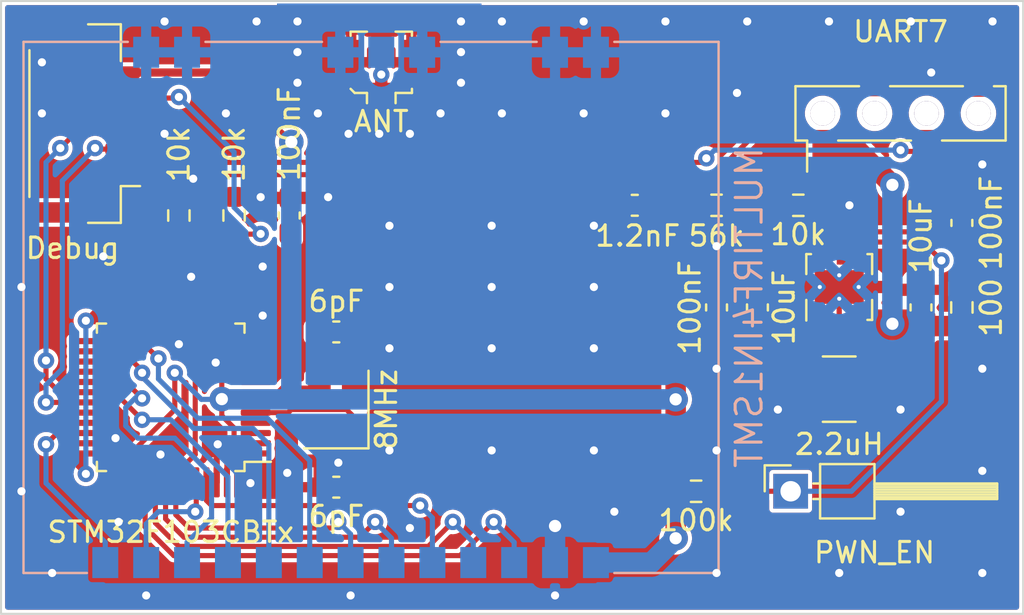
<source format=kicad_pcb>
(kicad_pcb (version 20211014) (generator pcbnew)
  (layers (0 "F.Cu" signal) (31 "B.Cu" signal) (34 "B.Paste" user) (35 "F.Paste" user) (36 "B.SilkS" user "B.Silkscreen") (37 "F.SilkS" user "F.Silkscreen") (38 "B.Mask" user) (39 "F.Mask" user) (44 "Edge.Cuts" user))
  (net 0 "")
  (net 1 "Net-(J1-Pad1)")
  (net 2 "GND")
  (net 3 "CE_NRF2401")
  (net 4 "CS_NRF2401")
  (net 5 "CS_CC2500")
  (net 6 "CS_CYRF6936")
  (net 7 "CS_A7105")
  (net 8 "MISO")
  (net 9 "MOSI")
  (net 10 "PE1")
  (net 11 "PE2")
  (net 12 "RST_CYRF6936")
  (net 13 "SCK")
  (net 14 "+3V3")
  (net 18 "OSCIN")
  (net 19 "OSCOUT")
  (net 20 "NRST")
  (net 29 "BOOT0")
  (net 30 "TX")
  (net 35 "RX")
  (net 36 "BOOT1")
  (net 38 "PWR_EN")
  (net 39 "Net-(C8-Pad2)")
  (net 40 "Net-(L1-Pad1)")
  (net 41 "Net-(L1-Pad2)")
  (net 42 "+BATT")
  (net 43 "INT_MOD_TX")
  (net 45 "INT_MOD_RX")
  (net 48 "Net-(C7-Pad1)")
  (footprint "Connector_PinHeader_2.54mm:PinHeader_1x01_P2.54mm_Horizontal" (layer "F.Cu") (at 75.625 79)
    (fp_text reference "J3")
    (fp_text value "PWN_EN")
  )
  (footprint "Resistor_SMD:R_0603_1608Metric_Pad0.98x0.95mm_HandSolder" (layer "F.Cu") (at 48.4 65.5 90)
    (fp_text reference "R1")
    (fp_text value "10k")
  )
  (footprint "Resistor_SMD:R_0603_1608Metric_Pad0.98x0.95mm_HandSolder" (layer "F.Cu") (at 76 65)
    (fp_text reference "R10")
    (fp_text value "10k")
  )
  (footprint "Capacitor_SMD:C_0603_1608Metric_Pad1.08x0.95mm_HandSolder" (layer "F.Cu") (at 51.1 65.5 90)
    (fp_text reference "C6")
    (fp_text value "100nF")
  )
  (footprint "Capacitor_SMD:C_0603_1608Metric_Pad1.08x0.95mm_HandSolder" (layer "F.Cu") (at 82 70 90)
    (fp_text reference "C3")
    (fp_text value "10uF")
  )
  (footprint "Capacitor_SMD:C_0603_1608Metric_Pad1.08x0.95mm_HandSolder" (layer "F.Cu") (at 74 70 90)
    (fp_text reference "C4")
    (fp_text value "10uF")
  )
  (footprint "Resistor_SMD:R_0603_1608Metric_Pad0.98x0.95mm_HandSolder" (layer "F.Cu") (at 84 70 90)
    (fp_text reference "R8")
    (fp_text value "100")
  )
  (footprint "Capacitor_SMD:C_0603_1608Metric_Pad1.08x0.95mm_HandSolder" (layer "F.Cu") (at 72 70 90)
    (fp_text reference "C5")
    (fp_text value "100nF")
  )
  (footprint "Resistor_SMD:R_0603_1608Metric_Pad0.98x0.95mm_HandSolder" (layer "F.Cu") (at 72 65)
    (fp_text reference "R9")
    (fp_text value "56k")
  )
  (footprint "Capacitor_SMD:C_0603_1608Metric_Pad1.08x0.95mm_HandSolder" (layer "F.Cu") (at 84 65.8625 90)
    (fp_text reference "C7")
    (fp_text value "100nF")
  )
  (footprint "Oscillator:Oscillator_SMD_Abracon_ASE-4Pin_3.2x2.5mm" (layer "F.Cu") (at 53.4 75 90)
    (fp_text reference "Y1")
    (fp_text value "8MHz")
  )
  (footprint "Others:PinHeader_1x04_P2.54mm_Vertical_SMD_Pin1Left_Holes" (layer "F.Cu") (at 81 60.5 90)
    (fp_text reference "J2")
    (fp_text value "UART7")
  )
  (footprint "Package_SON:Texas_DRC0010J_ThermalVias" (layer "F.Cu") (at 78 69 90)
    (fp_text reference "U3")
    (fp_text value "TPS63000")
  )
  (footprint "Capacitor_SMD:C_0603_1608Metric_Pad1.08x0.95mm_HandSolder" (layer "F.Cu") (at 68 65 180)
    (fp_text reference "C8")
    (fp_text value "1.2nF")
  )
  (footprint "Connector_Coaxial:U.FL_Molex_MCRF_73412-0110_Vertical" (layer "F.Cu") (at 55.6 58)
    (fp_text reference "J1")
    (fp_text value "ANT")
  )
  (footprint "Connector_JST:JST_GH_BM05B-GHS-TBT_1x05-1MP_P1.25mm_Vertical" (layer "F.Cu") (at 41 61 90)
    (fp_text reference "J4")
    (fp_text value "Debug")
  )
  (footprint "Capacitor_SMD:C_0603_1608Metric_Pad1.08x0.95mm_HandSolder" (layer "F.Cu") (at 53.4 78.8)
    (fp_text reference "C1")
    (fp_text value "6pF")
  )
  (footprint "Package_QFP:LQFP-48_7x7mm_P0.5mm" (layer "F.Cu") (at 45.3 74.4 180)
    (fp_text reference "U2")
    (fp_text value "STM32F103CBTx")
  )
  (footprint "Inductor_SMD:L_Abracon_ASPI-3012S" (layer "F.Cu") (at 78 74 180)
    (fp_text reference "L1")
    (fp_text value "2.2uH")
  )
  (footprint "Resistor_SMD:R_0603_1608Metric_Pad0.98x0.95mm_HandSolder" (layer "F.Cu") (at 45.7 65.5 90)
    (fp_text reference "R2")
    (fp_text value "10k")
  )
  (footprint "Resistor_SMD:R_0603_1608Metric_Pad0.98x0.95mm_HandSolder" (layer "F.Cu") (at 71 79)
    (fp_text reference "R7")
    (fp_text value "100k")
  )
  (footprint "Capacitor_SMD:C_0603_1608Metric_Pad1.08x0.95mm_HandSolder" (layer "F.Cu") (at 53.4 71.2)
    (fp_text reference "C2")
    (fp_text value "6pF")
  )
  (footprint "Multi:MULTIRF4IN1-SMT" (layer "B.Cu") (at 55.1 70 -90)
    (fp_text reference "M1")
    (fp_text value "MULTIRF4IN1SMT")
  )
  (gr_rect (start 37 55) (end 87 85) (layer "Edge.Cuts") (width 0.1) (fill none))
  (segment (start 55.6 59.5) (end 55.6 58.6) (width 0.603595) (layer "F.Cu") (net 1))
  (via (at 55.6 58.6) (size 0.8) (drill 0.4) (layers "F.Cu" "B.Cu") (net 1))
  (segment (start 55.6 58.6) (end 55.6 57.51) (width 0.603595) (layer "B.Cu") (net 1))
  (segment (start 80.5 69) (end 80.6375 69.1375) (width 0.6) (layer "F.Cu") (net 2))
  (segment (start 51.1 64.6375) (end 49.7375 64.6375) (width 0.6) (layer "F.Cu") (net 2))
  (segment (start 77.05 69) (end 75.5 69) (width 0.6) (layer "F.Cu") (net 2))
  (segment (start 52.9625 64.6375) (end 53 64.6) (width 0.6) (layer "F.Cu") (net 2))
  (segment (start 42.6 76.3) (end 42.6 76.4) (width 0.25) (layer "F.Cu") (net 2))
  (segment (start 45.7 63.9) (end 45.7 64.5875) (width 0.25) (layer "F.Cu") (net 2))
  (segment (start 45.9 63.7) (end 45.7 63.9) (width 0.25) (layer "F.Cu") (net 2))
  (segment (start 76.9125 66.0125) (end 76.9125 65) (width 0.25) (layer "F.Cu") (net 2))
  (segment (start 78.95 69) (end 80.5 69) (width 0.6) (layer "F.Cu") (net 2))
  (segment (start 49.7 64.6) (end 48.4125 64.6) (width 0.6) (layer "F.Cu") (net 2))
  (segment (start 47.55 78.5625) (end 47.55 76.75) (width 0.25) (layer "F.Cu") (net 2))
  (segment (start 42.2 75.9) (end 42.6 76.3) (width 0.25) (layer "F.Cu") (net 2))
  (segment (start 75.3625 69.1375) (end 74 69.1375) (width 0.6) (layer "F.Cu") (net 2))
  (segment (start 50.6 73.4) (end 50.35 73.65) (width 0.25) (layer "F.Cu") (net 2))
  (segment (start 51.1 64.6375) (end 52.9625 64.6375) (width 0.6) (layer "F.Cu") (net 2))
  (segment (start 50.35 73.65) (end 49.4625 73.65) (width 0.25) (layer "F.Cu") (net 2))
  (segment (start 76.9125 66.0125) (end 77.5 66.6) (width 0.25) (layer "F.Cu") (net 2))
  (segment (start 77.5 66.6) (end 77.5 67.6) (width 0.25) (layer "F.Cu") (net 2))
  (segment (start 49.8 70.4) (end 50.6 71.2) (width 0.25) (layer "F.Cu") (net 2))
  (segment (start 47.55 76.75) (end 47.6 76.7) (width 0.25) (layer "F.Cu") (net 2))
  (segment (start 78 70.4) (end 78 69) (width 0.25) (layer "F.Cu") (net 2))
  (segment (start 75.5 69) (end 75.3625 69.1375) (width 0.6) (layer "F.Cu") (net 2))
  (segment (start 42.15 76.65) (end 42.2 76.6) (width 0.25) (layer "F.Cu") (net 2))
  (segment (start 46.4 63.7) (end 45.9 63.7) (width 0.25) (layer "F.Cu") (net 2))
  (segment (start 50.6 71.2) (end 50.6 73.4) (width 0.25) (layer "F.Cu") (net 2))
  (segment (start 80.6375 69.1375) (end 82 69.1375) (width 0.6) (layer "F.Cu") (net 2))
  (segment (start 48.4125 64.6) (end 48.4 64.5875) (width 0.6) (layer "F.Cu") (net 2))
  (segment (start 42.2 76.6) (end 42.2 75.9) (width 0.25) (layer "F.Cu") (net 2))
  (segment (start 49.7375 64.6375) (end 49.7 64.6) (width 0.6) (layer "F.Cu") (net 2))
  (segment (start 41.1375 76.65) (end 42.15 76.65) (width 0.25) (layer "F.Cu") (net 2))
  (via (at 53.5 77.6) (size 0.8) (drill 0.4) (layers "F.Cu" "B.Cu") (net 2))
  (via (at 66 77) (size 0.8) (drill 0.4) (layers "F.Cu" "B.Cu") (net 2))
  (via (at 47.6 76.7) (size 0.8) (drill 0.4) (layers "F.Cu" "B.Cu") (net 2))
  (via (at 49.7 64.6) (size 0.8) (drill 0.4) (layers "F.Cu" "B.Cu") (net 2))
  (via (at 46.4 63.7) (size 0.8) (drill 0.4) (layers "F.Cu" "B.Cu") (net 2))
  (via (at 85 63) (size 0.8) (drill 0.4) (layers "F.Cu" "B.Cu") (net 2))
  (via (at 47.5 72.7) (size 0.8) (drill 0.4) (layers "F.Cu" "B.Cu") (net 2))
  (via (at 42.75 80.5) (size 0.8) (drill 0.4) (layers "F.Cu" "B.Cu") (net 2))
  (via (at 58.5 60.5) (size 0.8) (drill 0.4) (layers "F.Cu" "B.Cu") (net 2))
  (via (at 85 73) (size 0.8) (drill 0.4) (layers "F.Cu" "B.Cu") (net 2))
  (via (at 66 66) (size 0.8) (drill 0.4) (layers "F.Cu" "B.Cu") (net 2))
  (via (at 75 75) (size 0.8) (drill 0.4) (layers "F.Cu" "B.Cu") (net 2))
  (via (at 39 60.5) (size 0.8) (drill 0.4) (layers "F.Cu" "B.Cu") (net 2))
  (via (at 52.5 60.5) (size 0.8) (drill 0.4) (layers "F.Cu" "B.Cu") (net 2))
  (via (at 72 67) (size 0.8) (drill 0.4) (layers "F.Cu" "B.Cu") (net 2))
  (via (at 59.5 57.5) (size 0.8) (drill 0.4) (layers "F.Cu" "B.Cu") (net 2))
  (via (at 66 69) (size 0.8) (drill 0.4) (layers "F.Cu" "B.Cu") (net 2))
  (via (at 54 61.5) (size 0.8) (drill 0.4) (layers "F.Cu" "B.Cu") (net 2))
  (via (at 39 58) (size 0.8) (drill 0.4) (layers "F.Cu" "B.Cu") (net 2))
  (via (at 78.5 65) (size 0.8) (drill 0.4) (layers "F.Cu" "B.Cu") (net 2))
  (via (at 57 61.5) (size 0.8) (drill 0.4) (layers "F.Cu" "B.Cu") (net 2))
  (via (at 45.7 71.8) (size 0.8) (drill 0.4) (layers "F.Cu" "B.Cu") (net 2))
  (via (at 45 56) (size 0.8) (drill 0.4) (layers "F.Cu" "B.Cu") (net 2))
  (via (at 72 77) (size 0.8) (drill 0.4) (layers "F.Cu" "B.Cu") (net 2))
  (via (at 44.8 77.2) (size 0.8) (drill 0.4) (layers "F.Cu" "B.Cu") (net 2))
  (via (at 51.5 56) (size 0.8) (drill 0.4) (layers "F.Cu" "B.Cu") (net 2))
  (via (at 45 61.5) (size 0.8) (drill 0.4) (layers "F.Cu" "B.Cu") (net 2))
  (via (at 82.5 58.5) (size 0.8) (drill 0.4) (layers "F.Cu" "B.Cu") (net 2))
  (via (at 61 66) (size 0.8) (drill 0.4) (layers "F.Cu" "B.Cu") (net 2))
  (via (at 51 78.1) (size 0.8) (drill 0.4) (layers "F.Cu" "B.Cu") (net 2))
  (via (at 59.5 56) (size 0.8) (drill 0.4) (layers "F.Cu" "B.Cu") (net 2))
  (via (at 73 59.5) (size 0.8) (drill 0.4) (layers "F.Cu" "B.Cu") (net 2))
  (via (at 81 80) (size 0.8) (drill 0.4) (layers "F.Cu" "B.Cu") (net 2))
  (via (at 69.5 60.5) (size 0.8) (drill 0.4) (layers "F.Cu" "B.Cu") (net 2))
  (via (at 69.5 56) (size 0.8) (drill 0.4) (layers "F.Cu" "B.Cu") (net 2))
  (via (at 56 72) (size 0.8) (drill 0.4) (layers "F.Cu" "B.Cu") (net 2))
  (via (at 77.5 56) (size 0.8) (drill 0.4) (layers "F.Cu" "B.Cu") (net 2))
  (via (at 54.1 84.1) (size 0.8) (drill 0.4) (layers "F.Cu" "B.Cu") (net 2))
  (via (at 51.5 57.5) (size 0.8) (drill 0.4) (layers "F.Cu" "B.Cu") (net 2))
  (via (at 59.5 59) (size 0.8) (drill 0.4) (layers "F.Cu" "B.Cu") (net 2))
  (via (at 85.5 56) (size 0.8) (drill 0.4) (layers "F.Cu" "B.Cu") (net 2))
  (via (at 38 69) (size 0.8) (drill 0.4) (layers "F.Cu" "B.Cu") (net 2))
  (via (at 61.5 60.5) (size 0.8) (drill 0.4) (layers "F.Cu" "B.Cu") (net 2))
  (via (at 49.5 56) (size 0.8) (drill 0.4) (layers "F.Cu" "B.Cu") (net 2))
  (via (at 64.1 80.7) (size 1.2) (drill 0.6) (layers "F.Cu" "B.Cu") (net 2))
  (via (at 48 60.5) (size 0.8) (drill 0.4) (layers "F.Cu" "B.Cu") (net 2))
  (via (at 38 79) (size 0.8) (drill 0.4) (layers "F.Cu" "B.Cu") (net 2))
  (via (at 42.6 76.4) (size 0.8) (drill 0.4) (layers "F.Cu" "B.Cu") (net 2))
  (via (at 53 64.6) (size 0.8) (drill 0.4) (layers "F.Cu" "B.Cu") (net 2))
  (via (at 61.5 56) (size 0.8) (drill 0.4) (layers "F.Cu" "B.Cu") (net 2))
  (via (at 56 69) (size 0.8) (drill 0.4) (layers "F.Cu" "B.Cu") (net 2))
  (via (at 61 69) (size 0.8) (drill 0.4) (layers "F.Cu" "B.Cu") (net 2))
  (via (at 81 75) (size 0.8) (drill 0.4) (layers "F.Cu" "B.Cu") (net 2))
  (via (at 61 77) (size 0.8) (drill 0.4) (layers "F.Cu" "B.Cu") (net 2))
  (via (at 65.5 56) (size 0.8) (drill 0.4) (layers "F.Cu" "B.Cu") (net 2))
  (via (at 39.5 83) (size 0.8) (drill 0.4) (layers "F.Cu" "B.Cu") (net 2))
  (via (at 72 83) (size 0.8) (drill 0.4) (layers "F.Cu" "B.Cu") (net 2))
  (via (at 44.1 84.1) (size 0.8) (drill 0.4) (layers "F.Cu" "B.Cu") (net 2))
  (via (at 81.5 56) (size 0.8) (drill 0.4) (layers "F.Cu" "B.Cu") (net 2))
  (via (at 49.8 70.4) (size 0.8) (drill 0.4) (layers "F.Cu" "B.Cu") (net 2))
  (via (at 56 66) (size 0.8) (drill 0.4) (layers "F.Cu" "B.Cu") (net 2))
  (via (at 57 80.8) (size 0.8) (drill 0.4) (layers "F.Cu" "B.Cu") (net 2))
  (via (at 49.8 68) (size 0.8) (drill 0.4) (layers "F.Cu" "B.Cu") (net 2))
  (via (at 42 67.5) (size 0.8) (drill 0.4) (layers "F.Cu" "B.Cu") (net 2))
  (via (at 49.2 78.6) (size 0.8) (drill 0.4) (layers "F.Cu" "B.Cu") (net 2))
  (via (at 67 80) (size 0.8) (drill 0.4) (layers "F.Cu" "B.Cu") (net 2))
  (via (at 66 72) (size 0.8) (drill 0.4) (layers "F.Cu" "B.Cu") (net 2))
  (via (at 56 77) (size 0.8) (drill 0.4) (layers "F.Cu" "B.Cu") (net 2))
  (via (at 85 83) (size 0.8) (drill 0.4) (layers "F.Cu" "B.Cu") (net 2))
  (via (at 55.5 61.5) (size 0.8) (drill 0.4) (layers "F.Cu" "B.Cu") (net 2))
  (via (at 73.5 56) (size 0.8) (drill 0.4) (layers "F.Cu" "B.Cu") (net 2))
  (via (at 78 83) (size 0.8) (drill 0.4) (layers "F.Cu" "B.Cu") (net 2))
  (via (at 85 78) (size 0.8) (drill 0.4) (layers "F.Cu" "B.Cu") (net 2))
  (via (at 64.1 84.1) (size 0.8) (drill 0.4) (layers "F.Cu" "B.Cu") (net 2))
  (via (at 51.5 59) (size 0.8) (drill 0.4) (layers "F.Cu" "B.Cu") (net 2))
  (via (at 65.5 60.5) (size 0.8) (drill 0.4) (layers "F.Cu" "B.Cu") (net 2))
  (via (at 61 72) (size 0.8) (drill 0.4) (layers "F.Cu" "B.Cu") (net 2))
  (via (at 72 73) (size 0.8) (drill 0.4) (layers "F.Cu" "B.Cu") (net 2))
  (via (at 46.3 68.5) (size 0.8) (drill 0.4) (layers "F.Cu" "B.Cu") (net 2))
  (segment (start 64.1 82.49) (end 64.1 80.7) (width 1) (layer "B.Cu") (net 2))
  (segment (start 39.2 76.7) (end 39.75 76.15) (width 0.25) (layer "F.Cu") (net 3))
  (segment (start 39.75 76.15) (end 41.1375 76.15) (width 0.25) (layer "F.Cu") (net 3))
  (via (at 39.2 76.7) (size 0.8) (drill 0.4) (layers "F.Cu" "B.Cu") (net 3))
  (segment (start 39.2 76.7) (end 39.2 78.6) (width 0.25) (layer "B.Cu") (net 3))
  (segment (start 42.1 81.5) (end 42.1 82.49) (width 0.25) (layer "B.Cu") (net 3))
  (segment (start 39.2 78.6) (end 42.1 81.5) (width 0.25) (layer "B.Cu") (net 3))
  (segment (start 46.2 80.8) (end 45.55 80.15) (width 0.25) (layer "F.Cu") (net 4))
  (segment (start 53.2 80.8) (end 46.2 80.8) (width 0.25) (layer "F.Cu") (net 4))
  (segment (start 53.5 80.5) (end 53.2 80.8) (width 0.25) (layer "F.Cu") (net 4))
  (segment (start 45.55 80.15) (end 45.55 78.5625) (width 0.25) (layer "F.Cu") (net 4))
  (via (at 53.5 80.5) (size 0.8) (drill 0.4) (layers "F.Cu" "B.Cu") (net 4))
  (segment (start 54.1 82.49) (end 54.1 81.1) (width 0.25) (layer "B.Cu") (net 4))
  (segment (start 53.5 80.5) (end 54.1 81.1) (width 0.25) (layer "B.Cu") (net 4))
  (segment (start 45.05 80.35) (end 45.05 78.5625) (width 0.25) (layer "F.Cu") (net 5))
  (segment (start 55.3 80.5) (end 54.55 81.25) (width 0.25) (layer "F.Cu") (net 5))
  (segment (start 54.55 81.25) (end 45.95 81.25) (width 0.25) (layer "F.Cu") (net 5))
  (segment (start 45.95 81.25) (end 45.05 80.35) (width 0.25) (layer "F.Cu") (net 5))
  (via (at 55.3 80.5) (size 0.8) (drill 0.4) (layers "F.Cu" "B.Cu") (net 5))
  (segment (start 56.1 82.49) (end 56.1 81.3) (width 0.25) (layer "B.Cu") (net 5))
  (segment (start 55.3 80.5) (end 56.1 81.3) (width 0.25) (layer "B.Cu") (net 5))
  (segment (start 43.85 71.65) (end 41.1375 71.65) (width 0.25) (layer "F.Cu") (net 6))
  (segment (start 44.7 72.5) (end 43.85 71.65) (width 0.25) (layer "F.Cu") (net 6))
  (via (at 44.7 72.5) (size 0.8) (drill 0.4) (layers "F.Cu" "B.Cu") (net 6))
  (segment (start 50.025 75.425) (end 52.1 77.5) (width 0.25) (layer "B.Cu") (net 6))
  (segment (start 44.7 73.5) (end 46.625 75.425) (width 0.25) (layer "B.Cu") (net 6))
  (segment (start 46.625 75.425) (end 50.025 75.425) (width 0.25) (layer "B.Cu") (net 6))
  (segment (start 52.1 82.49) (end 52.1 77.5) (width 0.25) (layer "B.Cu") (net 6))
  (segment (start 44.7 72.5) (end 44.7 73.5) (width 0.25) (layer "B.Cu") (net 6))
  (segment (start 47.05 79.45) (end 47.05 78.5625) (width 0.25) (layer "F.Cu") (net 7))
  (segment (start 57.5 79.7) (end 47.3 79.7) (width 0.25) (layer "F.Cu") (net 7))
  (segment (start 47.3 79.7) (end 47.05 79.45) (width 0.25) (layer "F.Cu") (net 7))
  (via (at 57.5 79.7) (size 0.8) (drill 0.4) (layers "F.Cu" "B.Cu") (net 7))
  (segment (start 57.5 79.7) (end 58.1 80.3) (width 0.25) (layer "B.Cu") (net 7))
  (segment (start 58.1 82.49) (end 58.1 80.3) (width 0.25) (layer "B.Cu") (net 7))
  (segment (start 43.9 74.45) (end 43.1 73.65) (width 0.25) (layer "F.Cu") (net 8))
  (segment (start 42.55 72.65) (end 41.1375 72.65) (width 0.25) (layer "F.Cu") (net 8))
  (segment (start 43.1 73.2) (end 42.55 72.65) (width 0.25) (layer "F.Cu") (net 8))
  (segment (start 43.1 73.65) (end 43.1 73.2) (width 0.25) (layer "F.Cu") (net 8))
  (via (at 43.9 74.45) (size 0.8) (drill 0.4) (layers "F.Cu" "B.Cu") (net 8))
  (segment (start 45.5 76.4) (end 47.3 78.2) (width 0.25) (layer "B.Cu") (net 8))
  (segment (start 43.9 74.45) (end 43.55 74.45) (width 0.25) (layer "B.Cu") (net 8))
  (segment (start 47.3 78.2) (end 47.3 80.3) (width 0.25) (layer "B.Cu") (net 8))
  (segment (start 47.3 80.3) (end 46.1 81.5) (width 0.25) (layer "B.Cu") (net 8))
  (segment (start 43.55 74.45) (end 43.1 74.9) (width 0.25) (layer "B.Cu") (net 8))
  (segment (start 43.1 74.9) (end 43.1 75.8) (width 0.25) (layer "B.Cu") (net 8))
  (segment (start 43.1 75.8) (end 43.7 76.4) (width 0.25) (layer "B.Cu") (net 8))
  (segment (start 43.7 76.4) (end 45.5 76.4) (width 0.25) (layer "B.Cu") (net 8))
  (segment (start 46.1 81.5) (end 46.1 82.49) (width 0.25) (layer "B.Cu") (net 8))
  (segment (start 42.6 74.2) (end 42.6 73.55) (width 0.25) (layer "F.Cu") (net 9))
  (segment (start 43.9 75.5) (end 42.6 74.2) (width 0.25) (layer "F.Cu") (net 9))
  (segment (start 42.6 73.55) (end 42.2 73.15) (width 0.25) (layer "F.Cu") (net 9))
  (segment (start 42.2 73.15) (end 41.1375 73.15) (width 0.25) (layer "F.Cu") (net 9))
  (via (at 43.9 75.5) (size 0.8) (drill 0.4) (layers "F.Cu" "B.Cu") (net 9))
  (segment (start 43.9 75.5) (end 45.3 75.5) (width 0.25) (layer "B.Cu") (net 9))
  (segment (start 48.1 78.3) (end 48.1 82.49) (width 0.25) (layer "B.Cu") (net 9))
  (segment (start 45.3 75.5) (end 48.1 78.3) (width 0.25) (layer "B.Cu") (net 9))
  (segment (start 61.1 80.5) (end 59.45 82.15) (width 0.25) (layer "F.Cu") (net 10))
  (segment (start 44.05 80.75) (end 44.05 78.5625) (width 0.25) (layer "F.Cu") (net 10))
  (segment (start 45.45 82.15) (end 44.05 80.75) (width 0.25) (layer "F.Cu") (net 10))
  (segment (start 59.45 82.15) (end 45.45 82.15) (width 0.25) (layer "F.Cu") (net 10))
  (via (at 61.1 80.5) (size 0.8) (drill 0.4) (layers "F.Cu" "B.Cu") (net 10))
  (segment (start 61.1 80.5) (end 62.1 81.5) (width 0.25) (layer "B.Cu") (net 10))
  (segment (start 62.1 82.49) (end 62.1 81.5) (width 0.25) (layer "B.Cu") (net 10))
  (segment (start 59.1 80.5) (end 57.9 81.7) (width 0.25) (layer "F.Cu") (net 11))
  (segment (start 44.55 80.55) (end 44.55 78.5625) (width 0.25) (layer "F.Cu") (net 11))
  (segment (start 45.7 81.7) (end 44.55 80.55) (width 0.25) (layer "F.Cu") (net 11))
  (segment (start 57.9 81.7) (end 45.7 81.7) (width 0.25) (layer "F.Cu") (net 11))
  (via (at 59.1 80.5) (size 0.8) (drill 0.4) (layers "F.Cu" "B.Cu") (net 11))
  (segment (start 60.1 82.49) (end 60.1 81.5) (width 0.25) (layer "B.Cu") (net 11))
  (segment (start 59.1 80.5) (end 60.1 81.5) (width 0.25) (layer "B.Cu") (net 11))
  (segment (start 46.55 79.95) (end 46.55 78.5625) (width 0.25) (layer "F.Cu") (net 12))
  (segment (start 46.5 80) (end 46.55 79.95) (width 0.25) (layer "F.Cu") (net 12))
  (via (at 46.5 80) (size 0.8) (drill 0.4) (layers "F.Cu" "B.Cu") (net 12))
  (segment (start 44.1 80.6) (end 44.1 82.49) (width 0.25) (layer "B.Cu") (net 12))
  (segment (start 46.5 80) (end 44.7 80) (width 0.25) (layer "B.Cu") (net 12))
  (segment (start 44.7 80) (end 44.1 80.6) (width 0.25) (layer "B.Cu") (net 12))
  (segment (start 43.9 73.1) (end 42.95 72.15) (width 0.25) (layer "F.Cu") (net 13))
  (segment (start 42.95 72.15) (end 41.1375 72.15) (width 0.25) (layer "F.Cu") (net 13))
  (segment (start 43.9 73.2) (end 43.9 73.1) (width 0.25) (layer "F.Cu") (net 13))
  (via (at 43.9 73.2) (size 0.8) (drill 0.4) (layers "F.Cu" "B.Cu") (net 13))
  (segment (start 46.425 75.925) (end 49.325 75.925) (width 0.25) (layer "B.Cu") (net 13))
  (segment (start 50.1 76.7) (end 50.1 82.49) (width 0.25) (layer "B.Cu") (net 13))
  (segment (start 49.325 75.925) (end 50.1 76.7) (width 0.25) (layer "B.Cu") (net 13))
  (segment (start 43.9 73.4) (end 46.425 75.925) (width 0.25) (layer "B.Cu") (net 13))
  (segment (start 43.9 73.2) (end 43.9 73.4) (width 0.25) (layer "B.Cu") (net 13))
  (segment (start 48.25 73.15) (end 49.4625 73.15) (width 0.25) (layer "F.Cu") (net 14))
  (segment (start 70 65) (end 70 71) (width 1) (layer "F.Cu") (net 14))
  (segment (start 41.7 70.2) (end 42.4 70.2) (width 0.25) (layer "F.Cu") (net 14))
  (segment (start 47.7995 74.488002) (end 47.7995 73.6005) (width 0.25) (layer "F.Cu") (net 14))
  (segment (start 43.35 77.15) (end 41.1375 77.15) (width 0.25) (layer "F.Cu") (net 14))
  (segment (start 70 81.3) (end 70 74.5) (width 1) (layer "F.Cu") (net 14))
  (segment (start 40.9 77.9) (end 40.9 77.3) (width 0.25) (layer "F.Cu") (net 14))
  (segment (start 41.1375 77.15) (end 41.1375 78.1375) (width 0.25) (layer "F.Cu") (net 14))
  (segment (start 48.4 75.9) (end 47.7995 75.2995) (width 0.25) (layer "F.Cu") (net 14))
  (segment (start 41.15 78.15) (end 40.7 77.7) (width 0.25) (layer "F.Cu") (net 14))
  (segment (start 51.1 61.9) (end 47.7 58.5) (width 0.4) (layer "F.Cu") (net 14))
  (segment (start 41.15 70.65) (end 41.4 70.4) (width 0.25) (layer "F.Cu") (net 14))
  (segment (start 48.05 77.55) (end 48.05 78.5625) (width 0.25) (layer "F.Cu") (net 14))
  (segment (start 47.7995 73.6005) (end 48.25 73.15) (width 0.25) (layer "F.Cu") (net 14))
  (segment (start 70.1375 70.8625) (end 70 71) (width 1) (layer "F.Cu") (net 14))
  (segment (start 70 71) (end 70 74.3) (width 1) (layer "F.Cu") (net 14))
  (segment (start 40.7 77.7) (end 40.7 77.3) (width 0.25) (layer "F.Cu") (net 14))
  (segment (start 41.5 70.5) (end 42.4 70.5) (width 0.25) (layer "F.Cu") (net 14))
  (segment (start 41.1375 78.1375) (end 41.15 78.15) (width 0.25) (layer "F.Cu") (net 14))
  (segment (start 47.7995 75.2995) (end 47.7995 74.488002) (width 0.25) (layer "F.Cu") (net 14))
  (segment (start 41.15 70.65) (end 41.6 70.2) (width 0.25) (layer "F.Cu") (net 14))
  (segment (start 72 70.8625) (end 74 70.8625) (width 1) (layer "F.Cu") (net 14))
  (segment (start 48.45 77.15) (end 48.4 77.1) (width 0.25) (layer "F.Cu") (net 14))
  (segment (start 68.8625 65) (end 70 65) (width 1) (layer "F.Cu") (net 14))
  (segment (start 41.2 70.7) (end 42.4 70.7) (width 0.25) (layer "F.Cu") (net 14))
  (segment (start 41.6 70.2) (end 41.7 70.2) (width 0.25) (layer "F.Cu") (net 14))
  (segment (start 41.15 70.65) (end 41.2 70.7) (width 0.25) (layer "F.Cu") (net 14))
  (segment (start 41.4 70.4) (end 42.3875 70.4) (width 0.25) (layer "F.Cu") (net 14))
  (segment (start 51.2 61.9) (end 51.1 61.9) (width 0.4) (layer "F.Cu") (net 14))
  (segment (start 70 74.5) (end 70 74.3) (width 1) (layer "F.Cu") (net 14))
  (segment (start 49.4625 77.15) (end 48.45 77.15) (width 0.25) (layer "F.Cu") (net 14))
  (segment (start 41.3 70.5) (end 41.5 70.5) (width 0.25) (layer "F.Cu") (net 14))
  (segment (start 70 65) (end 71.0875 65) (width 1) (layer "F.Cu") (net 14))
  (segment (start 41.15 78.15) (end 40.9 77.9) (width 0.25) (layer "F.Cu") (net 14))
  (segment (start 48.4 77.1) (end 48.4 75.9) (width 0.25) (layer "F.Cu") (net 14))
  (segment (start 45.5 75) (end 43.35 77.15) (width 0.25) (layer "F.Cu") (net 14))
  (segment (start 47.7 58.5) (end 42.95 58.5) (width 0.4) (layer "F.Cu") (net 14))
  (segment (start 72 70.8625) (end 70.1375 70.8625) (width 1) (layer "F.Cu") (net 14))
  (segment (start 41.15 70.65) (end 41.3 70.5) (width 0.25) (layer "F.Cu") (net 14))
  (segment (start 48.05 77.55) (end 48.45 77.15) (width 0.25) (layer "F.Cu") (net 14))
  (segment (start 45.5 73.2) (end 45.5 75) (width 0.25) (layer "F.Cu") (net 14))
  (segment (start 42.3875 70.4) (end 42.55 70.2375) (width 0.25) (layer "F.Cu") (net 14))
  (via (at 70 81.3) (size 1.2) (drill 0.6) (layers "F.Cu" "B.Cu") (net 14))
  (via (at 51.2 61.9) (size 1.2) (drill 0.6) (layers "F.Cu" "B.Cu") (net 14))
  (via (at 70 74.5) (size 1.2) (drill 0.6) (layers "F.Cu" "B.Cu") (net 14))
  (via (at 41.15 70.65) (size 0.8) (drill 0.4) (layers "F.Cu" "B.Cu") (net 14))
  (via (at 47.7995 74.488002) (size 1.2) (drill 0.6) (layers "F.Cu" "B.Cu") (net 14))
  (via (at 41.15 78.15) (size 0.8) (drill 0.4) (layers "F.Cu" "B.Cu") (net 14))
  (via (at 45.5 73.2) (size 0.8) (drill 0.4) (layers "F.Cu" "B.Cu") (net 14))
  (segment (start 68.81 82.49) (end 66.1 82.49) (width 1) (layer "B.Cu") (net 14))
  (segment (start 70 74.5) (end 51.2 74.5) (width 1) (layer "B.Cu") (net 14))
  (segment (start 47.787502 74.5) (end 47.7995 74.488002) (width 1) (layer "B.Cu") (net 14))
  (segment (start 41.15 78.15) (end 41.15 70.65) (width 0.25) (layer "B.Cu") (net 14))
  (segment (start 51.2 74.5) (end 47.811498 74.5) (width 1) (layer "B.Cu") (net 14))
  (segment (start 45.5 73.2) (end 46.8 74.5) (width 0.25) (layer "B.Cu") (net 14))
  (segment (start 47.811498 74.5) (end 47.7995 74.488002) (width 1) (layer "B.Cu") (net 14))
  (segment (start 51.2 61.9) (end 51.2 74.5) (width 1) (layer "B.Cu") (net 14))
  (segment (start 70 81.3) (end 68.81 82.49) (width 1) (layer "B.Cu") (net 14))
  (segment (start 46.8 74.5) (end 47.787502 74.5) (width 0.25) (layer "B.Cu") (net 14))
  (segment (start 51.05 75.15) (end 51.2 75) (width 0.25) (layer "F.Cu") (net 18))
  (segment (start 54.225 75.325) (end 54.225 76.05) (width 0.25) (layer "F.Cu") (net 18))
  (segment (start 53.9 75) (end 54.225 75.325) (width 0.25) (layer "F.Cu") (net 18))
  (segment (start 54.225 78.7625) (end 54.2625 78.8) (width 0.25) (layer "F.Cu") (net 18))
  (segment (start 49.4625 75.15) (end 51.05 75.15) (width 0.25) (layer "F.Cu") (net 18))
  (segment (start 54.225 76.05) (end 54.225 78.7625) (width 0.25) (layer "F.Cu") (net 18))
  (segment (start 51.2 75) (end 53.9 75) (width 0.25) (layer "F.Cu") (net 18))
  (segment (start 52.575 71.2375) (end 52.575 73.95) (width 0.25) (layer "F.Cu") (net 19))
  (segment (start 52.5375 71.2) (end 52.575 71.2375) (width 0.25) (layer "F.Cu") (net 19))
  (segment (start 51.55 73.95) (end 52.575 73.95) (width 0.25) (layer "F.Cu") (net 19))
  (segment (start 50.85 74.65) (end 51.55 73.95) (width 0.25) (layer "F.Cu") (net 19))
  (segment (start 49.4625 74.65) (end 50.85 74.65) (width 0.25) (layer "F.Cu") (net 19))
  (segment (start 49.4625 74.15) (end 50.55 74.15) (width 0.25) (layer "F.Cu") (net 20))
  (segment (start 51.1 73.6) (end 51.1 66.3625) (width 0.25) (layer "F.Cu") (net 20))
  (segment (start 50.55 74.15) (end 51.1 73.6) (width 0.25) (layer "F.Cu") (net 20))
  (segment (start 48.4 67.7) (end 48.8 68.1) (width 0.25) (layer "F.Cu") (net 29))
  (segment (start 46.05 77.65) (end 46.05 78.5625) (width 0.25) (layer "F.Cu") (net 29))
  (segment (start 48.8 70.9) (end 48 71.7) (width 0.25) (layer "F.Cu") (net 29))
  (segment (start 45.65 59.75) (end 42.95 59.75) (width 0.25) (layer "F.Cu") (net 29))
  (segment (start 49.7 66.4) (end 49.6875 66.4125) (width 0.25) (layer "F.Cu") (net 29))
  (segment (start 46.5 72.5) (end 46.5 77.2) (width 0.25) (layer "F.Cu") (net 29))
  (segment (start 48.8 68.1) (end 48.8 70.9) (width 0.25) (layer "F.Cu") (net 29))
  (segment (start 46.5 77.2) (end 46.05 77.65) (width 0.25) (layer "F.Cu") (net 29))
  (segment (start 48 71.7) (end 47.3 71.7) (width 0.25) (layer "F.Cu") (net 29))
  (segment (start 45.7 59.7) (end 45.65 59.75) (width 0.25) (layer "F.Cu") (net 29))
  (segment (start 47.3 71.7) (end 46.5 72.5) (width 0.25) (layer "F.Cu") (net 29))
  (segment (start 48.4 66.4125) (end 48.4 67.7) (width 0.25) (layer "F.Cu") (net 29))
  (segment (start 49.6875 66.4125) (end 48.4 66.4125) (width 0.25) (layer "F.Cu") (net 29))
  (via (at 49.7 66.4) (size 0.8) (drill 0.4) (layers "F.Cu" "B.Cu") (net 29))
  (via (at 45.7 59.7) (size 0.8) (drill 0.4) (layers "F.Cu" "B.Cu") (net 29))
  (segment (start 48.4 65.1) (end 48.4 62.4) (width 0.25) (layer "B.Cu") (net 29))
  (segment (start 48.4 62.4) (end 45.7 59.7) (width 0.25) (layer "B.Cu") (net 29))
  (segment (start 49.7 66.4) (end 48.4 65.1) (width 0.25) (layer "B.Cu") (net 29))
  (segment (start 39.9 62.2) (end 41.1 61) (width 0.25) (layer "F.Cu") (net 30))
  (segment (start 39.2 72.6) (end 39.2 73.5) (width 0.25) (layer "F.Cu") (net 30))
  (segment (start 39.85 74.15) (end 41.1375 74.15) (width 0.25) (layer "F.Cu") (net 30))
  (segment (start 39.2 73.5) (end 39.85 74.15) (width 0.25) (layer "F.Cu") (net 30))
  (segment (start 41.1 61) (end 42.95 61) (width 0.25) (layer "F.Cu") (net 30))
  (via (at 39.2 72.6) (size 0.8) (drill 0.4) (layers "F.Cu" "B.Cu") (net 30))
  (via (at 39.9 62.2) (size 0.8) (drill 0.4) (layers "F.Cu" "B.Cu") (net 30))
  (segment (start 39.9 62.2) (end 39.2 62.9) (width 0.25) (layer "B.Cu") (net 30))
  (segment (start 39.2 62.9) (end 39.2 72.6) (width 0.25) (layer "B.Cu") (net 30))
  (segment (start 41.6 62.2) (end 41.65 62.25) (width 0.25) (layer "F.Cu") (net 35))
  (segment (start 41.65 62.25) (end 42.95 62.25) (width 0.25) (layer "F.Cu") (net 35))
  (segment (start 39.2 74.65) (end 41.1375 74.65) (width 0.25) (layer "F.Cu") (net 35))
  (via (at 39.2 74.65) (size 0.8) (drill 0.4) (layers "F.Cu" "B.Cu") (net 35))
  (via (at 41.6 62.2) (size 0.8) (drill 0.4) (layers "F.Cu" "B.Cu") (net 35))
  (segment (start 41.6 62.2) (end 40 63.8) (width 0.25) (layer "B.Cu") (net 35))
  (segment (start 40 63.8) (end 40 73) (width 0.25) (layer "B.Cu") (net 35))
  (segment (start 40 73) (end 39.2 73.8) (width 0.25) (layer "B.Cu") (net 35))
  (segment (start 39.2 73.8) (end 39.2 74.65) (width 0.25) (layer "B.Cu") (net 35))
  (segment (start 44.55 70.2375) (end 44.55 68.55) (width 0.25) (layer "F.Cu") (net 36))
  (segment (start 44.55 68.55) (end 45.7 67.4) (width 0.25) (layer "F.Cu") (net 36))
  (segment (start 45.7 67.4) (end 45.7 66.4125) (width 0.25) (layer "F.Cu") (net 36))
  (segment (start 71.9125 79) (end 75.625 79) (width 0.25) (layer "F.Cu") (net 38))
  (segment (start 79 67.1) (end 79 67.6) (width 0.25) (layer "F.Cu") (net 38))
  (segment (start 82.1 66.8) (end 79.3 66.8) (width 0.25) (layer "F.Cu") (net 38))
  (segment (start 83 67.7) (end 82.1 66.8) (width 0.25) (layer "F.Cu") (net 38))
  (segment (start 79.3 66.8) (end 79 67.1) (width 0.25) (layer "F.Cu") (net 38))
  (via (at 83 67.7) (size 0.8) (drill 0.4) (layers "F.Cu" "B.Cu") (net 38))
  (segment (start 83 67.7) (end 83 74.6) (width 0.25) (layer "B.Cu") (net 38))
  (segment (start 78.6 79) (end 75.625 79) (width 0.25) (layer "B.Cu") (net 38))
  (segment (start 83 74.6) (end 78.6 79) (width 0.25) (layer "B.Cu") (net 38))
  (segment (start 67.1375 65) (end 67.1375 64.3625) (width 0.25) (layer "F.Cu") (net 39))
  (segment (start 72.9125 64.3125) (end 72.9125 65) (width 0.25) (layer "F.Cu") (net 39))
  (segment (start 67.1375 64.3625) (end 67.5 64) (width 0.25) (layer "F.Cu") (net 39))
  (segment (start 67.5 64) (end 72.6 64) (width 0.25) (layer "F.Cu") (net 39))
  (segment (start 72.9125 65) (end 75.0875 65) (width 0.25) (layer "F.Cu") (net 39))
  (segment (start 75.5 66.3) (end 76.5 66.3) (width 0.25) (layer "F.Cu") (net 39))
  (segment (start 75.0875 65.8875) (end 75.5 66.3) (width 0.25) (layer "F.Cu") (net 39))
  (segment (start 75.0875 65) (end 75.0875 65.8875) (width 0.25) (layer "F.Cu") (net 39))
  (segment (start 72.6 64) (end 72.9125 64.3125) (width 0.25) (layer "F.Cu") (net 39))
  (segment (start 77 66.8) (end 77 67.6) (width 0.25) (layer "F.Cu") (net 39))
  (segment (start 76.5 66.3) (end 77 66.8) (width 0.25) (layer "F.Cu") (net 39))
  (segment (start 78.5 73.35) (end 79.15 74) (width 0.25) (layer "F.Cu") (net 40))
  (segment (start 78.5 70.4) (end 78.5 73.35) (width 0.25) (layer "F.Cu") (net 40))
  (segment (start 77.5 70.4) (end 77.5 73.35) (width 0.25) (layer "F.Cu") (net 41))
  (segment (start 77.5 73.35) (end 76.85 74) (width 0.25) (layer "F.Cu") (net 41))
  (segment (start 82.3 70.5625) (end 82 70.8625) (width 0.25) (layer "F.Cu") (net 42))
  (segment (start 80.6 64) (end 78.9614 62.3614) (width 1) (layer "F.Cu") (net 42))
  (segment (start 78.9614 62.3614) (end 77.19 62.3614) (width 1) (layer "F.Cu") (net 42))
  (segment (start 84 70.9125) (end 82.05 70.9125) (width 1) (layer "F.Cu") (net 42))
  (segment (start 82.05 70.9125) (end 82 70.8625) (width 1) (layer "F.Cu") (net 42))
  (via (at 80.6 70.8) (size 1.2) (drill 0.6) (layers "F.Cu" "B.Cu") (net 42))
  (via (at 80.6 64) (size 1.2) (drill 0.6) (layers "F.Cu" "B.Cu") (net 42))
  (segment (start 80.6 64) (end 80.6 70.8) (width 1) (layer "B.Cu") (net 42))
  (segment (start 47.1 64.1) (end 47.7 63.5) (width 0.25) (layer "F.Cu") (net 43))
  (segment (start 48.05 70.2375) (end 48.05 68.45) (width 0.25) (layer "F.Cu") (net 43))
  (segment (start 47.7 63.5) (end 71.9 63.5) (width 0.25) (layer "F.Cu") (net 43))
  (segment (start 48.05 68.45) (end 47.1 67.5) (width 0.25) (layer "F.Cu") (net 43))
  (segment (start 71.9 63.5) (end 76.7741 58.6259) (width 0.25) (layer "F.Cu") (net 43))
  (segment (start 47.1 67.5) (end 47.1 64.1) (width 0.25) (layer "F.Cu") (net 43))
  (segment (start 76.7741 58.6259) (end 79.73 58.6259) (width 0.25) (layer "F.Cu") (net 43))
  (segment (start 44.05 68.25) (end 44.05 70.2375) (width 0.25) (layer "F.Cu") (net 45))
  (segment (start 44.6 63.6) (end 44.6 67.7) (width 0.25) (layer "F.Cu") (net 45))
  (segment (start 71.5 62.7) (end 71.3 62.9) (width 0.25) (layer "F.Cu") (net 45))
  (segment (start 45.3 62.9) (end 44.6 63.6) (width 0.25) (layer "F.Cu") (net 45))
  (segment (start 71.3 62.9) (end 45.3 62.9) (width 0.25) (layer "F.Cu") (net 45))
  (segment (start 81.0614 62.3614) (end 82.266 62.3614) (width 0.25) (layer "F.Cu") (net 45))
  (segment (start 81 62.3) (end 81.0614 62.3614) (width 0.25) (layer "F.Cu") (net 45))
  (segment (start 44.6 67.7) (end 44.05 68.25) (width 0.25) (layer "F.Cu") (net 45))
  (via (at 71.5 62.7) (size 0.8) (drill 0.4) (layers "F.Cu" "B.Cu") (net 45))
  (via (at 81 62.3) (size 0.8) (drill 0.4) (layers "F.Cu" "B.Cu") (net 45))
  (segment (start 81 62.3) (end 71.9 62.3) (width 0.25) (layer "B.Cu") (net 45))
  (segment (start 71.9 62.3) (end 71.5 62.7) (width 0.25) (layer "B.Cu") (net 45))
  (segment (start 78.5 66.8) (end 78 67.3) (width 0.25) (layer "F.Cu") (net 48))
  (segment (start 82.7 66.3) (end 83.125 66.725) (width 0.25) (layer "F.Cu") (net 48))
  (segment (start 79 66.3) (end 82.7 66.3) (width 0.25) (layer "F.Cu") (net 48))
  (segment (start 78.5 66.8) (end 79 66.3) (width 0.25) (layer "F.Cu") (net 48))
  (segment (start 83.125 66.725) (end 84 66.725) (width 0.25) (layer "F.Cu") (net 48))
  (segment (start 78 67.3) (end 78 67.6) (width 0.25) (layer "F.Cu") (net 48))
  (segment (start 84 66.725) (end 84 69.0875) (width 0.25) (layer "F.Cu") (net 48))
  (segment (start 78.5 67.6) (end 78.5 66.8) (width 0.25) (layer "F.Cu") (net 48))
  (zone (net 40) (net_name "Net-(L1-Pad1)") (layer "F.Cu") (priority 1) (connect_pads yes (clearance 0.2)) (min_thickness 0.25) (fill yes (thermal_gap 0.5) (thermal_bridge_width 0.5))
    (polygon (pts (xy 78.6 70.8) (xy 79.7 72.6) (xy 79.7 75.3) (xy 79.6 75.5) (xy 78.4 75.5) (xy 78.2 75.3) (xy 78.2 71) (xy 78.4 70.7) (xy 78.4 70.1) (xy 78.6 70.1)))
  )
  (zone (net 42) (net_name "+BATT") (layer "F.Cu") (priority 1) (connect_pads yes (clearance 0.2)) (min_thickness 0.25) (fill yes (thermal_gap 0.5) (thermal_bridge_width 0.5))
    (polygon (pts (xy 82.7 70.3) (xy 82.7 71.4) (xy 82.5 71.6) (xy 80 71.6) (xy 78.9 70.7) (xy 78.9 70.1) (xy 82.5 70.1)))
  )
  (zone (net 48) (net_name "Net-(C7-Pad1)") (layer "F.Cu") (priority 1) (connect_pads yes (clearance 0.2)) (min_thickness 0.25) (fill yes (thermal_gap 0.5) (thermal_bridge_width 0.5))
    (polygon (pts (xy 78.6 67.9) (xy 77.9 67.9) (xy 77.9 67.2) (xy 78.6 66.8)))
  )
  (zone (net 2) (net_name "GND") (layer "F.Cu") (connect_pads (clearance 0.12)) (min_thickness 0.25) (fill yes (thermal_gap 0.25) (thermal_bridge_width 0.5))
    (polygon (pts (xy 60.5 60) (xy 58 62.5) (xy 53 62.5) (xy 50.5 60) (xy 50.5 55) (xy 60.5 55)))
  )
  (zone (net 2) (net_name "GND") (layer "F.Cu") (connect_pads (clearance 0.2)) (min_thickness 0.25) (fill yes (thermal_gap 0.5) (thermal_bridge_width 0.5))
    (polygon (pts (xy 87 85) (xy 37 85) (xy 37 55) (xy 87 55)))
  )
  (zone (net 41) (net_name "Net-(L1-Pad2)") (layer "F.Cu") (priority 1) (connect_pads yes (clearance 0.2)) (min_thickness 0.25) (fill yes (thermal_gap 0.5) (thermal_bridge_width 0.5))
    (polygon (pts (xy 77.6 70.7) (xy 77.8 71) (xy 77.8 75.3) (xy 77.6 75.5) (xy 76.4 75.5) (xy 76.3 75.3) (xy 76.3 72.6) (xy 77.4 70.8) (xy 77.4 70.1) (xy 77.6 70.1)))
  )
  (zone (net 14) (net_name "+3V3") (layer "F.Cu") (priority 1) (connect_pads yes (clearance 0.2)) (min_thickness 0.25) (fill yes (thermal_gap 0.5) (thermal_bridge_width 0.5))
    (polygon (pts (xy 77.1 70.7) (xy 76.4 71.4) (xy 73.6 71.4) (xy 73.5 71.3) (xy 73.5 70.4) (xy 73.6 70.3) (xy 74.7 70.3) (xy 76.9 70.1) (xy 77.1 70.1)))
  )
  (zone (net 0) (net_name "") (layer "B.Cu") (connect_pads (clearance 0)) (min_thickness 0.254)
    (keepout (tracks allowed) (vias allowed) (pads allowed) (copperpour not_allowed) (footprints allowed))
    (fill (thermal_gap 0.508) (thermal_bridge_width 0.508))
    (polygon (pts (xy 66.1 81.5) (xy 66.1 83.5) (xy 42.1 83.5) (xy 42.1 81.5)))
  )
  (zone (net 2) (net_name "GND") (layer "B.Cu") (connect_pads (clearance 0.12)) (min_thickness 0.25) (fill yes (thermal_gap 0.25) (thermal_bridge_width 0.5))
    (polygon (pts (xy 60.5 60) (xy 58 62.5) (xy 53 62.5) (xy 50.5 60) (xy 50.5 55) (xy 60.5 55)))
  )
  (zone (net 2) (net_name "GND") (layer "B.Cu") (connect_pads (clearance 0.2)) (min_thickness 0.25) (fill yes (thermal_gap 0.5) (thermal_bridge_width 0.5))
    (polygon (pts (xy 87 85) (xy 37 85) (xy 37 55) (xy 87 55)))
  )
)
</source>
